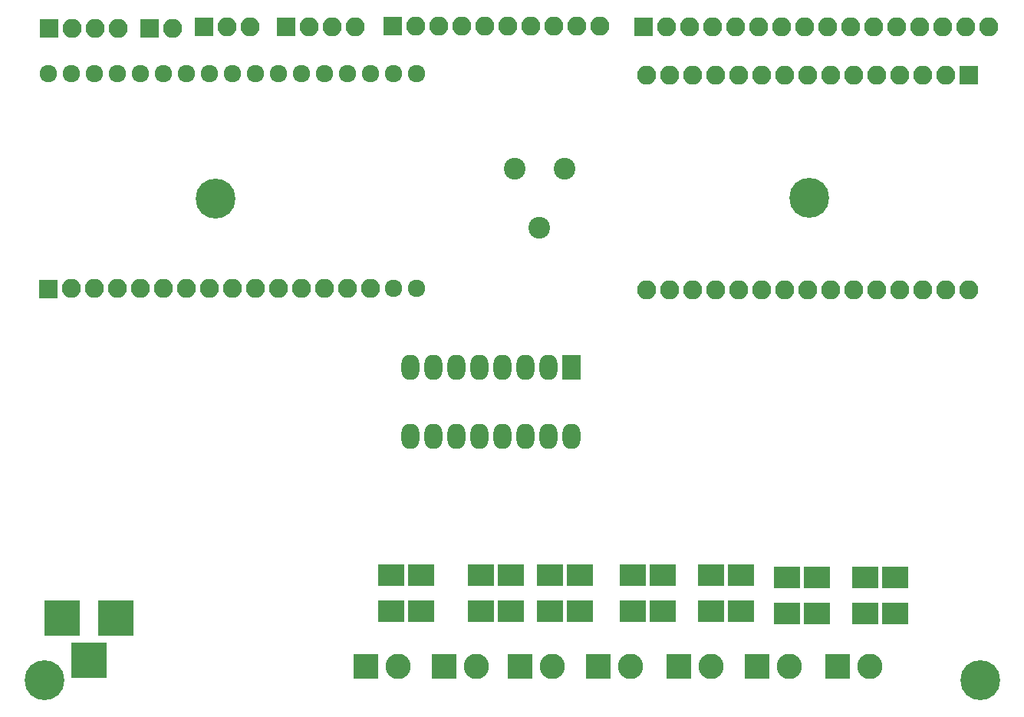
<source format=gbr>
G04 #@! TF.FileFunction,Soldermask,Bot*
%FSLAX46Y46*%
G04 Gerber Fmt 4.6, Leading zero omitted, Abs format (unit mm)*
G04 Created by KiCad (PCBNEW 4.0.7) date 12/28/17 14:19:57*
%MOMM*%
%LPD*%
G01*
G04 APERTURE LIST*
%ADD10C,0.100000*%
%ADD11R,2.100000X2.100000*%
%ADD12O,2.100000X2.100000*%
%ADD13C,1.924000*%
%ADD14R,3.900000X3.900000*%
%ADD15C,2.800000*%
%ADD16R,2.800000X2.800000*%
%ADD17R,2.900000X2.400000*%
%ADD18C,2.400000*%
%ADD19R,2.000000X2.800000*%
%ADD20O,2.000000X2.800000*%
%ADD21C,4.400000*%
G04 APERTURE END LIST*
D10*
D11*
X73680000Y-97205000D03*
D12*
X76190000Y-97150000D03*
X78730000Y-97150000D03*
X81270000Y-97150000D03*
X83810000Y-97150000D03*
X86350000Y-97150000D03*
X88890000Y-97150000D03*
X91430000Y-97150000D03*
X93970000Y-97150000D03*
X96510000Y-97150000D03*
X99050000Y-97150000D03*
X101590000Y-97150000D03*
X104130000Y-97150000D03*
X106670000Y-97150000D03*
X109210000Y-97150000D03*
D13*
X111750000Y-97150000D03*
X114290000Y-97150000D03*
X114290000Y-73450000D03*
X111750000Y-73450000D03*
X109210000Y-73450000D03*
X106670000Y-73450000D03*
X104130000Y-73450000D03*
X101590000Y-73450000D03*
X99050000Y-73450000D03*
X96510000Y-73450000D03*
X93970000Y-73450000D03*
X91430000Y-73450000D03*
X88890000Y-73450000D03*
X86350000Y-73450000D03*
X83810000Y-73450000D03*
X81270000Y-73450000D03*
X78730000Y-73450000D03*
X76190000Y-73450000D03*
X73650000Y-73450000D03*
D14*
X81130000Y-133540000D03*
X75130000Y-133540000D03*
X78130000Y-138240000D03*
D15*
X137866000Y-138938000D03*
D16*
X134366000Y-138938000D03*
D15*
X120848000Y-138938000D03*
D16*
X117348000Y-138938000D03*
D15*
X155392000Y-138938000D03*
D16*
X151892000Y-138938000D03*
D15*
X164282000Y-138938000D03*
D16*
X160782000Y-138938000D03*
D15*
X146756000Y-138938000D03*
D16*
X143256000Y-138938000D03*
D15*
X129230000Y-138938000D03*
D16*
X125730000Y-138938000D03*
D15*
X112212000Y-138938000D03*
D16*
X108712000Y-138938000D03*
D11*
X139310000Y-68280000D03*
D12*
X141850000Y-68280000D03*
X144390000Y-68280000D03*
X146930000Y-68280000D03*
X149470000Y-68280000D03*
X152010000Y-68280000D03*
X154550000Y-68280000D03*
X157090000Y-68280000D03*
X159630000Y-68280000D03*
X162170000Y-68280000D03*
X164710000Y-68280000D03*
X167250000Y-68280000D03*
X169790000Y-68280000D03*
X172330000Y-68280000D03*
X174870000Y-68280000D03*
X177410000Y-68280000D03*
D11*
X111650000Y-68230000D03*
D12*
X114190000Y-68230000D03*
X116730000Y-68230000D03*
X119270000Y-68230000D03*
X121810000Y-68230000D03*
X124350000Y-68230000D03*
X126890000Y-68230000D03*
X129430000Y-68230000D03*
X131970000Y-68230000D03*
X134510000Y-68230000D03*
D11*
X90860000Y-68290000D03*
D12*
X93400000Y-68290000D03*
X95940000Y-68290000D03*
D11*
X84830000Y-68430000D03*
D12*
X87370000Y-68430000D03*
D11*
X73710000Y-68450000D03*
D12*
X76250000Y-68450000D03*
X78790000Y-68450000D03*
X81330000Y-68450000D03*
D11*
X99860000Y-68290000D03*
D12*
X102400000Y-68290000D03*
X104940000Y-68290000D03*
X107480000Y-68290000D03*
D17*
X155194000Y-133064000D03*
X155194000Y-129064000D03*
X158496000Y-133064000D03*
X158496000Y-129064000D03*
X163830000Y-133080000D03*
X163830000Y-129080000D03*
X167120000Y-133050000D03*
X167120000Y-129050000D03*
X114808000Y-132810000D03*
X114808000Y-128810000D03*
X111506000Y-132810000D03*
X111506000Y-128810000D03*
X132334000Y-132810000D03*
X132334000Y-128810000D03*
X129032000Y-132810000D03*
X129032000Y-128810000D03*
X121412000Y-132810000D03*
X121412000Y-128810000D03*
X124714000Y-132810000D03*
X124714000Y-128810000D03*
X146812000Y-132810000D03*
X146812000Y-128810000D03*
X150114000Y-132810000D03*
X150114000Y-128810000D03*
X138176000Y-132810000D03*
X138176000Y-128810000D03*
X141478000Y-132810000D03*
X141478000Y-128810000D03*
D18*
X125090000Y-83930000D03*
X130590000Y-83930000D03*
X127840000Y-90430000D03*
D19*
X131370000Y-105840000D03*
D20*
X113590000Y-113460000D03*
X128830000Y-105840000D03*
X116130000Y-113460000D03*
X126290000Y-105840000D03*
X118670000Y-113460000D03*
X123750000Y-105840000D03*
X121210000Y-113460000D03*
X121210000Y-105840000D03*
X123750000Y-113460000D03*
X118670000Y-105840000D03*
X126290000Y-113460000D03*
X116130000Y-105840000D03*
X128830000Y-113460000D03*
X113590000Y-105840000D03*
X131370000Y-113460000D03*
D11*
X175230000Y-73605000D03*
D12*
X172720000Y-73660000D03*
X170180000Y-73660000D03*
X167640000Y-73660000D03*
X165100000Y-73660000D03*
X162560000Y-73660000D03*
X160020000Y-73660000D03*
X157480000Y-73660000D03*
X154940000Y-73660000D03*
X152400000Y-73660000D03*
X149860000Y-73660000D03*
X147320000Y-73660000D03*
X144780000Y-73660000D03*
X142240000Y-73660000D03*
X139700000Y-73660000D03*
X139700000Y-97360000D03*
X142240000Y-97360000D03*
X144780000Y-97360000D03*
X147320000Y-97360000D03*
X149860000Y-97360000D03*
X152400000Y-97360000D03*
X154940000Y-97360000D03*
X157480000Y-97360000D03*
X160020000Y-97360000D03*
X162560000Y-97360000D03*
X165100000Y-97360000D03*
X167640000Y-97360000D03*
X170180000Y-97360000D03*
X172720000Y-97360000D03*
X175260000Y-97360000D03*
D21*
X73200000Y-140380000D03*
X176490000Y-140400000D03*
X157640000Y-87180000D03*
X92120000Y-87210000D03*
M02*

</source>
